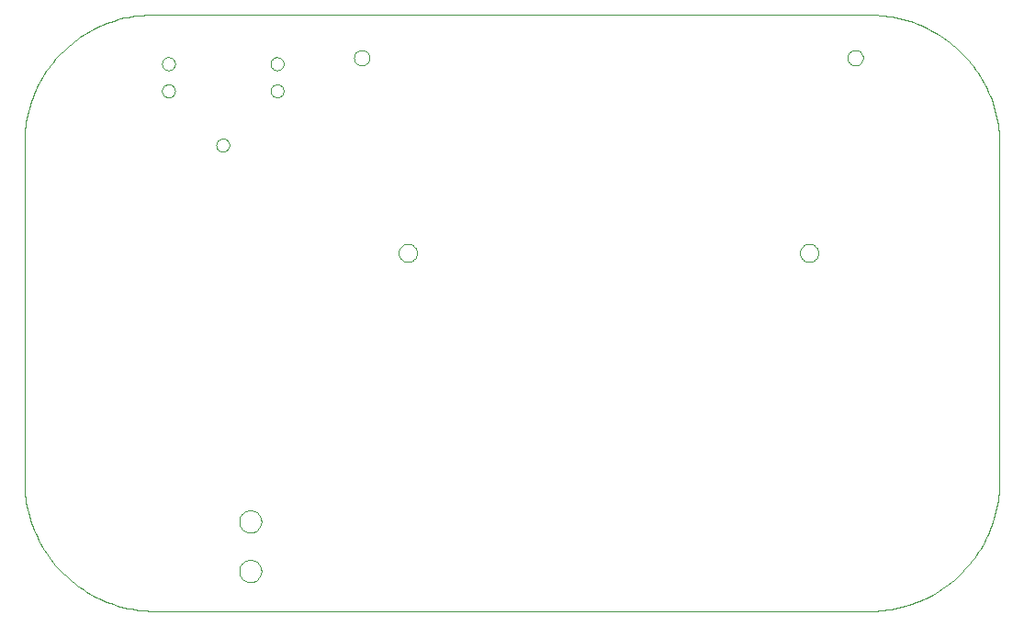
<source format=gko>
G75*
%MOIN*%
%OFA0B0*%
%FSLAX24Y24*%
%IPPOS*%
%LPD*%
%AMOC8*
5,1,8,0,0,1.08239X$1,22.5*
%
%ADD10C,0.0000*%
D10*
X005755Y001046D02*
X031560Y001046D01*
X036319Y005748D02*
X036319Y018019D01*
X036316Y018156D01*
X036309Y018293D01*
X036298Y018429D01*
X036284Y018566D01*
X036265Y018701D01*
X036242Y018836D01*
X036216Y018971D01*
X036185Y019104D01*
X036151Y019237D01*
X036113Y019369D01*
X036071Y019499D01*
X036025Y019628D01*
X035975Y019756D01*
X035922Y019882D01*
X035865Y020007D01*
X035805Y020130D01*
X035741Y020251D01*
X035673Y020370D01*
X035602Y020487D01*
X035528Y020602D01*
X035450Y020715D01*
X035370Y020826D01*
X035286Y020934D01*
X035198Y021040D01*
X035108Y021143D01*
X035015Y021243D01*
X034919Y021341D01*
X034820Y021436D01*
X034718Y021528D01*
X034614Y021617D01*
X034507Y021703D01*
X034398Y021785D01*
X034287Y021865D01*
X034173Y021941D01*
X034057Y022014D01*
X033939Y022083D01*
X033819Y022149D01*
X033697Y022212D01*
X033573Y022271D01*
X033448Y022326D01*
X033321Y022378D01*
X033193Y022426D01*
X033063Y022470D01*
X032932Y022510D01*
X032800Y022547D01*
X032667Y022580D01*
X032533Y022608D01*
X032398Y022633D01*
X032263Y022654D01*
X032127Y022671D01*
X031991Y022685D01*
X031854Y022694D01*
X031717Y022699D01*
X031580Y022700D01*
X005623Y022700D01*
X005920Y020922D02*
X005922Y020952D01*
X005928Y020982D01*
X005937Y021011D01*
X005950Y021038D01*
X005967Y021063D01*
X005986Y021086D01*
X006009Y021107D01*
X006034Y021124D01*
X006060Y021138D01*
X006089Y021148D01*
X006118Y021155D01*
X006148Y021158D01*
X006179Y021157D01*
X006209Y021152D01*
X006238Y021143D01*
X006265Y021131D01*
X006291Y021116D01*
X006315Y021097D01*
X006336Y021075D01*
X006354Y021051D01*
X006369Y021024D01*
X006380Y020996D01*
X006388Y020967D01*
X006392Y020937D01*
X006392Y020907D01*
X006388Y020877D01*
X006380Y020848D01*
X006369Y020820D01*
X006354Y020793D01*
X006336Y020769D01*
X006315Y020747D01*
X006291Y020728D01*
X006265Y020713D01*
X006238Y020701D01*
X006209Y020692D01*
X006179Y020687D01*
X006148Y020686D01*
X006118Y020689D01*
X006089Y020696D01*
X006060Y020706D01*
X006034Y020720D01*
X006009Y020737D01*
X005986Y020758D01*
X005967Y020781D01*
X005950Y020806D01*
X005937Y020833D01*
X005928Y020862D01*
X005922Y020892D01*
X005920Y020922D01*
X005920Y019938D02*
X005922Y019968D01*
X005928Y019998D01*
X005937Y020027D01*
X005950Y020054D01*
X005967Y020079D01*
X005986Y020102D01*
X006009Y020123D01*
X006034Y020140D01*
X006060Y020154D01*
X006089Y020164D01*
X006118Y020171D01*
X006148Y020174D01*
X006179Y020173D01*
X006209Y020168D01*
X006238Y020159D01*
X006265Y020147D01*
X006291Y020132D01*
X006315Y020113D01*
X006336Y020091D01*
X006354Y020067D01*
X006369Y020040D01*
X006380Y020012D01*
X006388Y019983D01*
X006392Y019953D01*
X006392Y019923D01*
X006388Y019893D01*
X006380Y019864D01*
X006369Y019836D01*
X006354Y019809D01*
X006336Y019785D01*
X006315Y019763D01*
X006291Y019744D01*
X006265Y019729D01*
X006238Y019717D01*
X006209Y019708D01*
X006179Y019703D01*
X006148Y019702D01*
X006118Y019705D01*
X006089Y019712D01*
X006060Y019722D01*
X006034Y019736D01*
X006009Y019753D01*
X005986Y019774D01*
X005967Y019797D01*
X005950Y019822D01*
X005937Y019849D01*
X005928Y019878D01*
X005922Y019908D01*
X005920Y019938D01*
X005622Y022700D02*
X005487Y022699D01*
X005353Y022695D01*
X005218Y022687D01*
X005084Y022675D01*
X004950Y022659D01*
X004816Y022640D01*
X004683Y022616D01*
X004551Y022589D01*
X004420Y022557D01*
X004290Y022522D01*
X004161Y022483D01*
X004033Y022441D01*
X003906Y022394D01*
X003781Y022344D01*
X003657Y022291D01*
X003535Y022233D01*
X003415Y022173D01*
X003296Y022109D01*
X003179Y022041D01*
X003065Y021970D01*
X002952Y021896D01*
X002842Y021818D01*
X002733Y021737D01*
X002628Y021654D01*
X002525Y021567D01*
X002424Y021477D01*
X002326Y021384D01*
X002231Y021289D01*
X002138Y021190D01*
X002049Y021090D01*
X001962Y020986D01*
X001879Y020880D01*
X001798Y020772D01*
X001721Y020661D01*
X001647Y020548D01*
X001577Y020434D01*
X001509Y020317D01*
X001446Y020198D01*
X001385Y020077D01*
X001328Y019955D01*
X001275Y019831D01*
X001226Y019705D01*
X001180Y019579D01*
X001137Y019451D01*
X001099Y019321D01*
X001064Y019191D01*
X001033Y019060D01*
X001006Y018928D01*
X000983Y018795D01*
X000964Y018661D01*
X000948Y018527D01*
X000937Y018393D01*
X000929Y018258D01*
X000925Y018123D01*
X000926Y018123D02*
X000926Y005692D01*
X000930Y005557D01*
X000939Y005422D01*
X000951Y005287D01*
X000967Y005153D01*
X000987Y005019D01*
X001011Y004886D01*
X001038Y004754D01*
X001070Y004622D01*
X001105Y004491D01*
X001144Y004362D01*
X001186Y004233D01*
X001232Y004106D01*
X001282Y003980D01*
X001335Y003856D01*
X001392Y003733D01*
X001452Y003612D01*
X001516Y003492D01*
X001583Y003375D01*
X001654Y003259D01*
X001727Y003146D01*
X001804Y003035D01*
X001884Y002926D01*
X001968Y002819D01*
X002054Y002714D01*
X002143Y002613D01*
X002235Y002513D01*
X002330Y002417D01*
X002427Y002323D01*
X002527Y002232D01*
X002630Y002144D01*
X002735Y002059D01*
X002843Y001977D01*
X002953Y001898D01*
X003065Y001822D01*
X003179Y001749D01*
X003295Y001680D01*
X003413Y001614D01*
X003533Y001552D01*
X003655Y001493D01*
X003778Y001437D01*
X003903Y001385D01*
X004030Y001336D01*
X004157Y001292D01*
X004286Y001250D01*
X004416Y001213D01*
X004547Y001179D01*
X004679Y001149D01*
X004812Y001123D01*
X004945Y001101D01*
X005079Y001082D01*
X005214Y001067D01*
X005349Y001056D01*
X005484Y001049D01*
X005619Y001046D01*
X005755Y001047D01*
X008725Y002500D02*
X008727Y002540D01*
X008733Y002579D01*
X008743Y002618D01*
X008756Y002655D01*
X008774Y002691D01*
X008795Y002725D01*
X008819Y002757D01*
X008846Y002786D01*
X008876Y002813D01*
X008908Y002836D01*
X008943Y002856D01*
X008979Y002872D01*
X009017Y002885D01*
X009056Y002894D01*
X009095Y002899D01*
X009135Y002900D01*
X009175Y002897D01*
X009214Y002890D01*
X009252Y002879D01*
X009290Y002865D01*
X009325Y002846D01*
X009358Y002825D01*
X009390Y002800D01*
X009418Y002772D01*
X009444Y002742D01*
X009466Y002709D01*
X009485Y002674D01*
X009501Y002637D01*
X009513Y002599D01*
X009521Y002560D01*
X009525Y002520D01*
X009525Y002480D01*
X009521Y002440D01*
X009513Y002401D01*
X009501Y002363D01*
X009485Y002326D01*
X009466Y002291D01*
X009444Y002258D01*
X009418Y002228D01*
X009390Y002200D01*
X009358Y002175D01*
X009325Y002154D01*
X009290Y002135D01*
X009252Y002121D01*
X009214Y002110D01*
X009175Y002103D01*
X009135Y002100D01*
X009095Y002101D01*
X009056Y002106D01*
X009017Y002115D01*
X008979Y002128D01*
X008943Y002144D01*
X008908Y002164D01*
X008876Y002187D01*
X008846Y002214D01*
X008819Y002243D01*
X008795Y002275D01*
X008774Y002309D01*
X008756Y002345D01*
X008743Y002382D01*
X008733Y002421D01*
X008727Y002460D01*
X008725Y002500D01*
X008725Y004300D02*
X008727Y004340D01*
X008733Y004379D01*
X008743Y004418D01*
X008756Y004455D01*
X008774Y004491D01*
X008795Y004525D01*
X008819Y004557D01*
X008846Y004586D01*
X008876Y004613D01*
X008908Y004636D01*
X008943Y004656D01*
X008979Y004672D01*
X009017Y004685D01*
X009056Y004694D01*
X009095Y004699D01*
X009135Y004700D01*
X009175Y004697D01*
X009214Y004690D01*
X009252Y004679D01*
X009290Y004665D01*
X009325Y004646D01*
X009358Y004625D01*
X009390Y004600D01*
X009418Y004572D01*
X009444Y004542D01*
X009466Y004509D01*
X009485Y004474D01*
X009501Y004437D01*
X009513Y004399D01*
X009521Y004360D01*
X009525Y004320D01*
X009525Y004280D01*
X009521Y004240D01*
X009513Y004201D01*
X009501Y004163D01*
X009485Y004126D01*
X009466Y004091D01*
X009444Y004058D01*
X009418Y004028D01*
X009390Y004000D01*
X009358Y003975D01*
X009325Y003954D01*
X009290Y003935D01*
X009252Y003921D01*
X009214Y003910D01*
X009175Y003903D01*
X009135Y003900D01*
X009095Y003901D01*
X009056Y003906D01*
X009017Y003915D01*
X008979Y003928D01*
X008943Y003944D01*
X008908Y003964D01*
X008876Y003987D01*
X008846Y004014D01*
X008819Y004043D01*
X008795Y004075D01*
X008774Y004109D01*
X008756Y004145D01*
X008743Y004182D01*
X008733Y004221D01*
X008727Y004260D01*
X008725Y004300D01*
X014512Y014052D02*
X014514Y014088D01*
X014520Y014123D01*
X014529Y014157D01*
X014543Y014191D01*
X014559Y014222D01*
X014579Y014252D01*
X014602Y014279D01*
X014628Y014304D01*
X014657Y014325D01*
X014687Y014344D01*
X014720Y014359D01*
X014754Y014370D01*
X014789Y014378D01*
X014824Y014382D01*
X014860Y014382D01*
X014895Y014378D01*
X014930Y014370D01*
X014964Y014359D01*
X014997Y014344D01*
X015027Y014325D01*
X015056Y014304D01*
X015082Y014279D01*
X015105Y014252D01*
X015125Y014222D01*
X015141Y014191D01*
X015155Y014157D01*
X015164Y014123D01*
X015170Y014088D01*
X015172Y014052D01*
X015170Y014016D01*
X015164Y013981D01*
X015155Y013947D01*
X015141Y013913D01*
X015125Y013882D01*
X015105Y013852D01*
X015082Y013825D01*
X015056Y013800D01*
X015027Y013779D01*
X014997Y013760D01*
X014964Y013745D01*
X014930Y013734D01*
X014895Y013726D01*
X014860Y013722D01*
X014824Y013722D01*
X014789Y013726D01*
X014754Y013734D01*
X014720Y013745D01*
X014687Y013760D01*
X014657Y013779D01*
X014628Y013800D01*
X014602Y013825D01*
X014579Y013852D01*
X014559Y013882D01*
X014543Y013913D01*
X014529Y013947D01*
X014520Y013981D01*
X014514Y014016D01*
X014512Y014052D01*
X007889Y017969D02*
X007891Y017999D01*
X007897Y018029D01*
X007906Y018058D01*
X007919Y018085D01*
X007936Y018110D01*
X007955Y018133D01*
X007978Y018154D01*
X008003Y018171D01*
X008029Y018185D01*
X008058Y018195D01*
X008087Y018202D01*
X008117Y018205D01*
X008148Y018204D01*
X008178Y018199D01*
X008207Y018190D01*
X008234Y018178D01*
X008260Y018163D01*
X008284Y018144D01*
X008305Y018122D01*
X008323Y018098D01*
X008338Y018071D01*
X008349Y018043D01*
X008357Y018014D01*
X008361Y017984D01*
X008361Y017954D01*
X008357Y017924D01*
X008349Y017895D01*
X008338Y017867D01*
X008323Y017840D01*
X008305Y017816D01*
X008284Y017794D01*
X008260Y017775D01*
X008234Y017760D01*
X008207Y017748D01*
X008178Y017739D01*
X008148Y017734D01*
X008117Y017733D01*
X008087Y017736D01*
X008058Y017743D01*
X008029Y017753D01*
X008003Y017767D01*
X007978Y017784D01*
X007955Y017805D01*
X007936Y017828D01*
X007919Y017853D01*
X007906Y017880D01*
X007897Y017909D01*
X007891Y017939D01*
X007889Y017969D01*
X009858Y019938D02*
X009860Y019968D01*
X009866Y019998D01*
X009875Y020027D01*
X009888Y020054D01*
X009905Y020079D01*
X009924Y020102D01*
X009947Y020123D01*
X009972Y020140D01*
X009998Y020154D01*
X010027Y020164D01*
X010056Y020171D01*
X010086Y020174D01*
X010117Y020173D01*
X010147Y020168D01*
X010176Y020159D01*
X010203Y020147D01*
X010229Y020132D01*
X010253Y020113D01*
X010274Y020091D01*
X010292Y020067D01*
X010307Y020040D01*
X010318Y020012D01*
X010326Y019983D01*
X010330Y019953D01*
X010330Y019923D01*
X010326Y019893D01*
X010318Y019864D01*
X010307Y019836D01*
X010292Y019809D01*
X010274Y019785D01*
X010253Y019763D01*
X010229Y019744D01*
X010203Y019729D01*
X010176Y019717D01*
X010147Y019708D01*
X010117Y019703D01*
X010086Y019702D01*
X010056Y019705D01*
X010027Y019712D01*
X009998Y019722D01*
X009972Y019736D01*
X009947Y019753D01*
X009924Y019774D01*
X009905Y019797D01*
X009888Y019822D01*
X009875Y019849D01*
X009866Y019878D01*
X009860Y019908D01*
X009858Y019938D01*
X009858Y020922D02*
X009860Y020952D01*
X009866Y020982D01*
X009875Y021011D01*
X009888Y021038D01*
X009905Y021063D01*
X009924Y021086D01*
X009947Y021107D01*
X009972Y021124D01*
X009998Y021138D01*
X010027Y021148D01*
X010056Y021155D01*
X010086Y021158D01*
X010117Y021157D01*
X010147Y021152D01*
X010176Y021143D01*
X010203Y021131D01*
X010229Y021116D01*
X010253Y021097D01*
X010274Y021075D01*
X010292Y021051D01*
X010307Y021024D01*
X010318Y020996D01*
X010326Y020967D01*
X010330Y020937D01*
X010330Y020907D01*
X010326Y020877D01*
X010318Y020848D01*
X010307Y020820D01*
X010292Y020793D01*
X010274Y020769D01*
X010253Y020747D01*
X010229Y020728D01*
X010203Y020713D01*
X010176Y020701D01*
X010147Y020692D01*
X010117Y020687D01*
X010086Y020686D01*
X010056Y020689D01*
X010027Y020696D01*
X009998Y020706D01*
X009972Y020720D01*
X009947Y020737D01*
X009924Y020758D01*
X009905Y020781D01*
X009888Y020806D01*
X009875Y020833D01*
X009866Y020862D01*
X009860Y020892D01*
X009858Y020922D01*
X012888Y021139D02*
X012890Y021172D01*
X012896Y021205D01*
X012906Y021236D01*
X012919Y021267D01*
X012936Y021295D01*
X012956Y021322D01*
X012979Y021346D01*
X013005Y021366D01*
X013033Y021384D01*
X013063Y021398D01*
X013094Y021409D01*
X013127Y021416D01*
X013160Y021419D01*
X013193Y021418D01*
X013226Y021413D01*
X013258Y021404D01*
X013288Y021392D01*
X013317Y021376D01*
X013344Y021356D01*
X013369Y021334D01*
X013391Y021309D01*
X013409Y021281D01*
X013424Y021252D01*
X013436Y021221D01*
X013444Y021189D01*
X013448Y021156D01*
X013448Y021122D01*
X013444Y021089D01*
X013436Y021057D01*
X013424Y021026D01*
X013409Y020997D01*
X013391Y020969D01*
X013369Y020944D01*
X013344Y020922D01*
X013317Y020902D01*
X013288Y020886D01*
X013258Y020874D01*
X013226Y020865D01*
X013193Y020860D01*
X013160Y020859D01*
X013127Y020862D01*
X013094Y020869D01*
X013063Y020880D01*
X013033Y020894D01*
X013005Y020912D01*
X012979Y020932D01*
X012956Y020956D01*
X012936Y020983D01*
X012919Y021011D01*
X012906Y021042D01*
X012896Y021073D01*
X012890Y021106D01*
X012888Y021139D01*
X029078Y014052D02*
X029080Y014088D01*
X029086Y014123D01*
X029095Y014157D01*
X029109Y014191D01*
X029125Y014222D01*
X029145Y014252D01*
X029168Y014279D01*
X029194Y014304D01*
X029223Y014325D01*
X029253Y014344D01*
X029286Y014359D01*
X029320Y014370D01*
X029355Y014378D01*
X029390Y014382D01*
X029426Y014382D01*
X029461Y014378D01*
X029496Y014370D01*
X029530Y014359D01*
X029563Y014344D01*
X029593Y014325D01*
X029622Y014304D01*
X029648Y014279D01*
X029671Y014252D01*
X029691Y014222D01*
X029707Y014191D01*
X029721Y014157D01*
X029730Y014123D01*
X029736Y014088D01*
X029738Y014052D01*
X029736Y014016D01*
X029730Y013981D01*
X029721Y013947D01*
X029707Y013913D01*
X029691Y013882D01*
X029671Y013852D01*
X029648Y013825D01*
X029622Y013800D01*
X029593Y013779D01*
X029563Y013760D01*
X029530Y013745D01*
X029496Y013734D01*
X029461Y013726D01*
X029426Y013722D01*
X029390Y013722D01*
X029355Y013726D01*
X029320Y013734D01*
X029286Y013745D01*
X029253Y013760D01*
X029223Y013779D01*
X029194Y013800D01*
X029168Y013825D01*
X029145Y013852D01*
X029125Y013882D01*
X029109Y013913D01*
X029095Y013947D01*
X029086Y013981D01*
X029080Y014016D01*
X029078Y014052D01*
X030802Y021139D02*
X030804Y021172D01*
X030810Y021205D01*
X030820Y021236D01*
X030833Y021267D01*
X030850Y021295D01*
X030870Y021322D01*
X030893Y021346D01*
X030919Y021366D01*
X030947Y021384D01*
X030977Y021398D01*
X031008Y021409D01*
X031041Y021416D01*
X031074Y021419D01*
X031107Y021418D01*
X031140Y021413D01*
X031172Y021404D01*
X031202Y021392D01*
X031231Y021376D01*
X031258Y021356D01*
X031283Y021334D01*
X031305Y021309D01*
X031323Y021281D01*
X031338Y021252D01*
X031350Y021221D01*
X031358Y021189D01*
X031362Y021156D01*
X031362Y021122D01*
X031358Y021089D01*
X031350Y021057D01*
X031338Y021026D01*
X031323Y020997D01*
X031305Y020969D01*
X031283Y020944D01*
X031258Y020922D01*
X031231Y020902D01*
X031202Y020886D01*
X031172Y020874D01*
X031140Y020865D01*
X031107Y020860D01*
X031074Y020859D01*
X031041Y020862D01*
X031008Y020869D01*
X030977Y020880D01*
X030947Y020894D01*
X030919Y020912D01*
X030893Y020932D01*
X030870Y020956D01*
X030850Y020983D01*
X030833Y021011D01*
X030820Y021042D01*
X030810Y021073D01*
X030804Y021106D01*
X030802Y021139D01*
X036319Y005748D02*
X036316Y005613D01*
X036310Y005478D01*
X036299Y005343D01*
X036285Y005209D01*
X036267Y005075D01*
X036245Y004942D01*
X036219Y004809D01*
X036189Y004677D01*
X036156Y004546D01*
X036119Y004417D01*
X036078Y004288D01*
X036034Y004160D01*
X035986Y004034D01*
X035935Y003909D01*
X035879Y003786D01*
X035821Y003664D01*
X035759Y003544D01*
X035693Y003426D01*
X035624Y003310D01*
X035552Y003195D01*
X035477Y003083D01*
X035399Y002973D01*
X035317Y002866D01*
X035232Y002760D01*
X035145Y002658D01*
X035054Y002557D01*
X034961Y002460D01*
X034865Y002365D01*
X034766Y002273D01*
X034664Y002183D01*
X034561Y002097D01*
X034454Y002014D01*
X034346Y001933D01*
X034235Y001856D01*
X034122Y001782D01*
X034007Y001712D01*
X033890Y001644D01*
X033771Y001580D01*
X033650Y001520D01*
X033527Y001462D01*
X033403Y001409D01*
X033278Y001359D01*
X033151Y001312D01*
X033023Y001270D01*
X032894Y001231D01*
X032763Y001195D01*
X032632Y001163D01*
X032500Y001136D01*
X032367Y001111D01*
X032233Y001091D01*
X032099Y001075D01*
X031965Y001062D01*
X031830Y001053D01*
X031695Y001048D01*
X031560Y001047D01*
M02*

</source>
